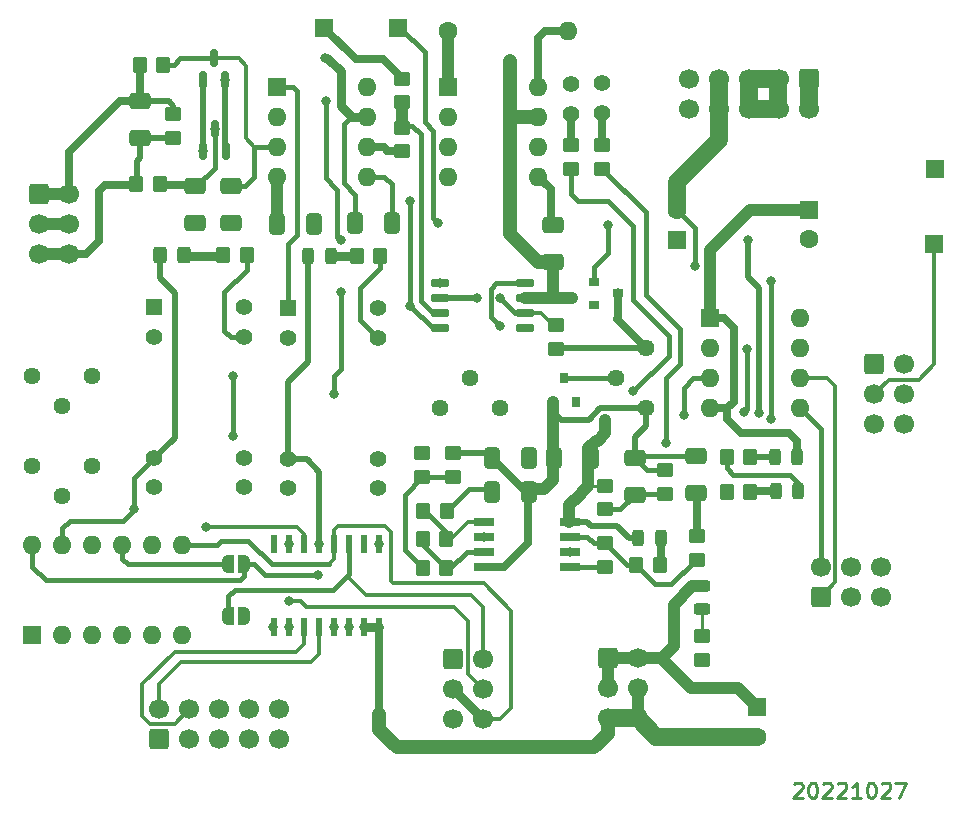
<source format=gbr>
%TF.GenerationSoftware,KiCad,Pcbnew,(6.0.0)*%
%TF.CreationDate,2022-10-28T11:35:46+02:00*%
%TF.ProjectId,INSTR AMP - IDC-SMD v22-10-27,494e5354-5220-4414-9d50-202d20494443,rev?*%
%TF.SameCoordinates,Original*%
%TF.FileFunction,Copper,L1,Top*%
%TF.FilePolarity,Positive*%
%FSLAX46Y46*%
G04 Gerber Fmt 4.6, Leading zero omitted, Abs format (unit mm)*
G04 Created by KiCad (PCBNEW (6.0.0)) date 2022-10-28 11:35:46*
%MOMM*%
%LPD*%
G01*
G04 APERTURE LIST*
G04 Aperture macros list*
%AMRoundRect*
0 Rectangle with rounded corners*
0 $1 Rounding radius*
0 $2 $3 $4 $5 $6 $7 $8 $9 X,Y pos of 4 corners*
0 Add a 4 corners polygon primitive as box body*
4,1,4,$2,$3,$4,$5,$6,$7,$8,$9,$2,$3,0*
0 Add four circle primitives for the rounded corners*
1,1,$1+$1,$2,$3*
1,1,$1+$1,$4,$5*
1,1,$1+$1,$6,$7*
1,1,$1+$1,$8,$9*
0 Add four rect primitives between the rounded corners*
20,1,$1+$1,$2,$3,$4,$5,0*
20,1,$1+$1,$4,$5,$6,$7,0*
20,1,$1+$1,$6,$7,$8,$9,0*
20,1,$1+$1,$8,$9,$2,$3,0*%
%AMFreePoly0*
4,1,22,0.500000,-0.750000,0.000000,-0.750000,0.000000,-0.745033,-0.079941,-0.743568,-0.215256,-0.701293,-0.333266,-0.622738,-0.424486,-0.514219,-0.481581,-0.384460,-0.499164,-0.250000,-0.500000,-0.250000,-0.500000,0.250000,-0.499164,0.250000,-0.499963,0.256109,-0.478152,0.396186,-0.417904,0.524511,-0.324060,0.630769,-0.204165,0.706417,-0.067858,0.745374,0.000000,0.744959,0.000000,0.750000,
0.500000,0.750000,0.500000,-0.750000,0.500000,-0.750000,$1*%
%AMFreePoly1*
4,1,20,0.000000,0.744959,0.073905,0.744508,0.209726,0.703889,0.328688,0.626782,0.421226,0.519385,0.479903,0.390333,0.500000,0.250000,0.500000,-0.250000,0.499851,-0.262216,0.476331,-0.402017,0.414519,-0.529596,0.319384,-0.634700,0.198574,-0.708877,0.061801,-0.746166,0.000000,-0.745033,0.000000,-0.750000,-0.500000,-0.750000,-0.500000,0.750000,0.000000,0.750000,0.000000,0.744959,
0.000000,0.744959,$1*%
G04 Aperture macros list end*
%ADD10C,0.250000*%
%TA.AperFunction,NonConductor*%
%ADD11C,0.250000*%
%TD*%
%TA.AperFunction,ComponentPad*%
%ADD12R,1.500000X1.500000*%
%TD*%
%TA.AperFunction,SMDPad,CuDef*%
%ADD13RoundRect,0.250000X-0.450000X0.350000X-0.450000X-0.350000X0.450000X-0.350000X0.450000X0.350000X0*%
%TD*%
%TA.AperFunction,SMDPad,CuDef*%
%ADD14RoundRect,0.250000X0.350000X0.450000X-0.350000X0.450000X-0.350000X-0.450000X0.350000X-0.450000X0*%
%TD*%
%TA.AperFunction,ComponentPad*%
%ADD15RoundRect,0.250000X-0.600000X-0.600000X0.600000X-0.600000X0.600000X0.600000X-0.600000X0.600000X0*%
%TD*%
%TA.AperFunction,ComponentPad*%
%ADD16C,1.700000*%
%TD*%
%TA.AperFunction,ComponentPad*%
%ADD17RoundRect,0.250000X0.600000X-0.600000X0.600000X0.600000X-0.600000X0.600000X-0.600000X-0.600000X0*%
%TD*%
%TA.AperFunction,ComponentPad*%
%ADD18C,1.600000*%
%TD*%
%TA.AperFunction,ComponentPad*%
%ADD19R,1.600000X1.600000*%
%TD*%
%TA.AperFunction,SMDPad,CuDef*%
%ADD20RoundRect,0.250000X0.450000X-0.350000X0.450000X0.350000X-0.450000X0.350000X-0.450000X-0.350000X0*%
%TD*%
%TA.AperFunction,ComponentPad*%
%ADD21C,1.440000*%
%TD*%
%TA.AperFunction,SMDPad,CuDef*%
%ADD22RoundRect,0.250000X-0.350000X-0.450000X0.350000X-0.450000X0.350000X0.450000X-0.350000X0.450000X0*%
%TD*%
%TA.AperFunction,SMDPad,CuDef*%
%ADD23RoundRect,0.250000X0.650000X-0.412500X0.650000X0.412500X-0.650000X0.412500X-0.650000X-0.412500X0*%
%TD*%
%TA.AperFunction,SMDPad,CuDef*%
%ADD24RoundRect,0.250000X-0.325000X-0.450000X0.325000X-0.450000X0.325000X0.450000X-0.325000X0.450000X0*%
%TD*%
%TA.AperFunction,SMDPad,CuDef*%
%ADD25RoundRect,0.250000X-0.412500X-0.650000X0.412500X-0.650000X0.412500X0.650000X-0.412500X0.650000X0*%
%TD*%
%TA.AperFunction,ComponentPad*%
%ADD26O,1.600000X1.600000*%
%TD*%
%TA.AperFunction,SMDPad,CuDef*%
%ADD27RoundRect,0.250000X-0.650000X0.412500X-0.650000X-0.412500X0.650000X-0.412500X0.650000X0.412500X0*%
%TD*%
%TA.AperFunction,SMDPad,CuDef*%
%ADD28R,1.700000X0.650000*%
%TD*%
%TA.AperFunction,SMDPad,CuDef*%
%ADD29RoundRect,0.150000X0.150000X-0.587500X0.150000X0.587500X-0.150000X0.587500X-0.150000X-0.587500X0*%
%TD*%
%TA.AperFunction,ComponentPad*%
%ADD30C,1.400000*%
%TD*%
%TA.AperFunction,SMDPad,CuDef*%
%ADD31FreePoly0,0.000000*%
%TD*%
%TA.AperFunction,SMDPad,CuDef*%
%ADD32FreePoly1,0.000000*%
%TD*%
%TA.AperFunction,ComponentPad*%
%ADD33R,1.400000X1.400000*%
%TD*%
%TA.AperFunction,ComponentPad*%
%ADD34RoundRect,0.250000X-0.600000X0.600000X-0.600000X-0.600000X0.600000X-0.600000X0.600000X0.600000X0*%
%TD*%
%TA.AperFunction,SMDPad,CuDef*%
%ADD35R,0.600000X1.500000*%
%TD*%
%TA.AperFunction,SMDPad,CuDef*%
%ADD36RoundRect,0.243750X-0.243750X-0.456250X0.243750X-0.456250X0.243750X0.456250X-0.243750X0.456250X0*%
%TD*%
%TA.AperFunction,SMDPad,CuDef*%
%ADD37R,0.800000X0.900000*%
%TD*%
%TA.AperFunction,SMDPad,CuDef*%
%ADD38RoundRect,0.243750X0.456250X-0.243750X0.456250X0.243750X-0.456250X0.243750X-0.456250X-0.243750X0*%
%TD*%
%TA.AperFunction,SMDPad,CuDef*%
%ADD39RoundRect,0.250000X0.412500X0.650000X-0.412500X0.650000X-0.412500X-0.650000X0.412500X-0.650000X0*%
%TD*%
%TA.AperFunction,SMDPad,CuDef*%
%ADD40R,0.900000X0.800000*%
%TD*%
%TA.AperFunction,SMDPad,CuDef*%
%ADD41RoundRect,0.243750X0.243750X0.456250X-0.243750X0.456250X-0.243750X-0.456250X0.243750X-0.456250X0*%
%TD*%
%TA.AperFunction,SMDPad,CuDef*%
%ADD42FreePoly0,180.000000*%
%TD*%
%TA.AperFunction,SMDPad,CuDef*%
%ADD43FreePoly1,180.000000*%
%TD*%
%TA.AperFunction,SMDPad,CuDef*%
%ADD44RoundRect,0.150000X-0.650000X-0.150000X0.650000X-0.150000X0.650000X0.150000X-0.650000X0.150000X0*%
%TD*%
%TA.AperFunction,ViaPad*%
%ADD45C,0.800000*%
%TD*%
%TA.AperFunction,Conductor*%
%ADD46C,0.400000*%
%TD*%
%TA.AperFunction,Conductor*%
%ADD47C,1.000000*%
%TD*%
%TA.AperFunction,Conductor*%
%ADD48C,0.650000*%
%TD*%
%TA.AperFunction,Conductor*%
%ADD49C,0.350000*%
%TD*%
%TA.AperFunction,Conductor*%
%ADD50C,0.450000*%
%TD*%
%TA.AperFunction,Conductor*%
%ADD51C,0.800000*%
%TD*%
%TA.AperFunction,Conductor*%
%ADD52C,0.250000*%
%TD*%
%TA.AperFunction,Conductor*%
%ADD53C,1.500000*%
%TD*%
%TA.AperFunction,Conductor*%
%ADD54C,0.550000*%
%TD*%
%TA.AperFunction,Conductor*%
%ADD55C,1.200000*%
%TD*%
G04 APERTURE END LIST*
D10*
D11*
X144139238Y-113940504D02*
X144201142Y-113878600D01*
X144324952Y-113816695D01*
X144634476Y-113816695D01*
X144758285Y-113878600D01*
X144820190Y-113940504D01*
X144882095Y-114064314D01*
X144882095Y-114188123D01*
X144820190Y-114373838D01*
X144077333Y-115116695D01*
X144882095Y-115116695D01*
X145686857Y-113816695D02*
X145810666Y-113816695D01*
X145934476Y-113878600D01*
X145996380Y-113940504D01*
X146058285Y-114064314D01*
X146120190Y-114311933D01*
X146120190Y-114621457D01*
X146058285Y-114869076D01*
X145996380Y-114992885D01*
X145934476Y-115054790D01*
X145810666Y-115116695D01*
X145686857Y-115116695D01*
X145563047Y-115054790D01*
X145501142Y-114992885D01*
X145439238Y-114869076D01*
X145377333Y-114621457D01*
X145377333Y-114311933D01*
X145439238Y-114064314D01*
X145501142Y-113940504D01*
X145563047Y-113878600D01*
X145686857Y-113816695D01*
X146615428Y-113940504D02*
X146677333Y-113878600D01*
X146801142Y-113816695D01*
X147110666Y-113816695D01*
X147234476Y-113878600D01*
X147296380Y-113940504D01*
X147358285Y-114064314D01*
X147358285Y-114188123D01*
X147296380Y-114373838D01*
X146553523Y-115116695D01*
X147358285Y-115116695D01*
X147853523Y-113940504D02*
X147915428Y-113878600D01*
X148039238Y-113816695D01*
X148348761Y-113816695D01*
X148472571Y-113878600D01*
X148534476Y-113940504D01*
X148596380Y-114064314D01*
X148596380Y-114188123D01*
X148534476Y-114373838D01*
X147791619Y-115116695D01*
X148596380Y-115116695D01*
X149834476Y-115116695D02*
X149091619Y-115116695D01*
X149463047Y-115116695D02*
X149463047Y-113816695D01*
X149339238Y-114002409D01*
X149215428Y-114126219D01*
X149091619Y-114188123D01*
X150639238Y-113816695D02*
X150763047Y-113816695D01*
X150886857Y-113878600D01*
X150948761Y-113940504D01*
X151010666Y-114064314D01*
X151072571Y-114311933D01*
X151072571Y-114621457D01*
X151010666Y-114869076D01*
X150948761Y-114992885D01*
X150886857Y-115054790D01*
X150763047Y-115116695D01*
X150639238Y-115116695D01*
X150515428Y-115054790D01*
X150453523Y-114992885D01*
X150391619Y-114869076D01*
X150329714Y-114621457D01*
X150329714Y-114311933D01*
X150391619Y-114064314D01*
X150453523Y-113940504D01*
X150515428Y-113878600D01*
X150639238Y-113816695D01*
X151567809Y-113940504D02*
X151629714Y-113878600D01*
X151753523Y-113816695D01*
X152063047Y-113816695D01*
X152186857Y-113878600D01*
X152248761Y-113940504D01*
X152310666Y-114064314D01*
X152310666Y-114188123D01*
X152248761Y-114373838D01*
X151505904Y-115116695D01*
X152310666Y-115116695D01*
X152744000Y-113816695D02*
X153610666Y-113816695D01*
X153053523Y-115116695D01*
D12*
%TO.P,GNDA2,1,1*%
%TO.N,GNDA*%
X156057600Y-61899800D03*
%TD*%
D13*
%TO.P,R23,1*%
%TO.N,Net-(JP6-Pad1)*%
X127914400Y-59833000D03*
%TO.P,R23,2*%
%TO.N,Net-(B4-Pad5)*%
X127914400Y-61833000D03*
%TD*%
D14*
%TO.P,R2,1*%
%TO.N,Net-(B1-Pad2)*%
X90458800Y-63169800D03*
%TO.P,R2,2*%
%TO.N,Net-(C1-Pad2)*%
X88458800Y-63169800D03*
%TD*%
D15*
%TO.P,X34,1,Pin_1*%
%TO.N,+12P*%
X128431900Y-103296800D03*
D16*
%TO.P,X34,2,Pin_2*%
X130971900Y-103296800D03*
%TO.P,X34,3,Pin_3*%
X128431900Y-105836800D03*
%TO.P,X34,4,Pin_4*%
%TO.N,GNDP*%
X130971900Y-105836800D03*
%TO.P,X34,5,Pin_5*%
X128431900Y-108376800D03*
%TO.P,X34,6,Pin_6*%
X130971900Y-108376800D03*
%TD*%
D17*
%TO.P,X33,1,Pin_1*%
%TO.N,GNDP*%
X90424000Y-110159800D03*
D16*
%TO.P,X33,2,Pin_2*%
%TO.N,uC04*%
X90424000Y-107619800D03*
%TO.P,X33,3,Pin_3*%
%TO.N,uC05*%
X92964000Y-110159800D03*
%TO.P,X33,4,Pin_4*%
%TO.N,uC03*%
X92964000Y-107619800D03*
%TO.P,X33,5,Pin_5*%
%TO.N,uC06*%
X95504000Y-110159800D03*
%TO.P,X33,6,Pin_6*%
%TO.N,uC02*%
X95504000Y-107619800D03*
%TO.P,X33,7,Pin_7*%
%TO.N,unconnected-(X33-Pad7)*%
X98044000Y-110159800D03*
%TO.P,X33,8,Pin_8*%
%TO.N,uC01*%
X98044000Y-107619800D03*
%TO.P,X33,9*%
%TO.N,N/C*%
X100584000Y-110159800D03*
%TO.P,X33,10*%
X100584000Y-107619800D03*
%TD*%
D18*
%TO.P,C19,2*%
%TO.N,GNDP*%
X141046200Y-109916600D03*
D19*
%TO.P,C19,1*%
%TO.N,+12P*%
X141046200Y-107416600D03*
%TD*%
D15*
%TO.P,X31,1,Pin_1*%
%TO.N,Net-(C1-Pad1)*%
X80264000Y-64008000D03*
D16*
%TO.P,X31,2,Pin_2*%
X82804000Y-64008000D03*
%TO.P,X31,3,Pin_3*%
%TO.N,GNDA*%
X80264000Y-66548000D03*
%TO.P,X31,4,Pin_4*%
X82804000Y-66548000D03*
%TO.P,X31,5,Pin_5*%
%TO.N,Net-(C1-Pad2)*%
X80264000Y-69088000D03*
%TO.P,X31,6,Pin_6*%
X82804000Y-69088000D03*
%TD*%
D20*
%TO.P,R34,1*%
%TO.N,GNDP*%
X136347200Y-103412800D03*
%TO.P,R34,2*%
%TO.N,Net-(H3-Pad1)*%
X136347200Y-101412800D03*
%TD*%
D21*
%TO.P,VR4,1,1*%
%TO.N,GNDA*%
X131648200Y-82118200D03*
%TO.P,VR4,2,2*%
%TO.N,Net-(D3-Pad1)*%
X129108200Y-79578200D03*
%TO.P,VR4,3,3*%
%TO.N,Net-(C8-Pad1)*%
X131648200Y-77038200D03*
%TD*%
D14*
%TO.P,R3,1*%
%TO.N,Net-(B1-Pad3)*%
X90763600Y-53035200D03*
%TO.P,R3,2*%
%TO.N,Net-(C1-Pad1)*%
X88763600Y-53035200D03*
%TD*%
D22*
%TO.P,R20,1*%
%TO.N,Net-(B4-Pad1)*%
X112766600Y-90830400D03*
%TO.P,R20,2*%
%TO.N,Net-(B5-Pad3)*%
X114766600Y-90830400D03*
%TD*%
D19*
%TO.P,C21,1*%
%TO.N,GNDA*%
X134239000Y-67843477D03*
D18*
%TO.P,C21,2*%
%TO.N,-12VA*%
X134239000Y-65343477D03*
%TD*%
D23*
%TO.P,C14,1*%
%TO.N,Net-(B4-Pad6)*%
X130683000Y-89421100D03*
%TO.P,C14,2*%
%TO.N,GNDA*%
X130683000Y-86296100D03*
%TD*%
D24*
%TO.P,H2,1,K*%
%TO.N,Net-(B6-Pad14)*%
X90440400Y-69138800D03*
%TO.P,H2,2,A*%
%TO.N,Net-(H2-Pad2)*%
X92490400Y-69138800D03*
%TD*%
D14*
%TO.P,R32,1*%
%TO.N,+12P*%
X97850200Y-69138800D03*
%TO.P,R32,2*%
%TO.N,Net-(H2-Pad2)*%
X95850200Y-69138800D03*
%TD*%
D22*
%TO.P,R36,1*%
%TO.N,-12VA*%
X138446000Y-89204800D03*
%TO.P,R36,2*%
%TO.N,Net-(H5-Pad1)*%
X140446000Y-89204800D03*
%TD*%
D13*
%TO.P,R1,1*%
%TO.N,Net-(C1-Pad1)*%
X91617800Y-57242200D03*
%TO.P,R1,2*%
%TO.N,Net-(C1-Pad2)*%
X91617800Y-59242200D03*
%TD*%
D25*
%TO.P,C4,1*%
%TO.N,-12VA*%
X100393100Y-66548000D03*
%TO.P,C4,2*%
%TO.N,GNDA*%
X103518100Y-66548000D03*
%TD*%
D19*
%TO.P,B5,1*%
%TO.N,+12VA*%
X137043000Y-74508200D03*
D26*
%TO.P,B5,2*%
%TO.N,Net-(B5-Pad2)*%
X137043000Y-77048200D03*
%TO.P,B5,3*%
%TO.N,Net-(B5-Pad3)*%
X137043000Y-79588200D03*
%TO.P,B5,4*%
%TO.N,+12VA*%
X137043000Y-82128200D03*
%TO.P,B5,5*%
%TO.N,Net-(B5-Pad5)*%
X144663000Y-82128200D03*
%TO.P,B5,6*%
%TO.N,Net-(B5-Pad6)*%
X144663000Y-79588200D03*
%TO.P,B5,7*%
%TO.N,B5A:7*%
X144663000Y-77048200D03*
%TO.P,B5,8*%
%TO.N,B5A:8*%
X144663000Y-74508200D03*
%TD*%
D27*
%TO.P,C3,1*%
%TO.N,Net-(B1-Pad3)*%
X96469200Y-63309100D03*
%TO.P,C3,2*%
%TO.N,GNDA*%
X96469200Y-66434100D03*
%TD*%
D20*
%TO.P,R21,1*%
%TO.N,Net-(B4-Pad6)*%
X128193800Y-90662000D03*
%TO.P,R21,2*%
%TO.N,+12VA*%
X128193800Y-88662000D03*
%TD*%
D27*
%TO.P,C2,1*%
%TO.N,Net-(B1-Pad2)*%
X93421200Y-63334500D03*
%TO.P,C2,2*%
%TO.N,GNDA*%
X93421200Y-66459500D03*
%TD*%
D22*
%TO.P,R17,1*%
%TO.N,Net-(R15-Pad1)*%
X112715800Y-95656400D03*
%TO.P,R17,2*%
%TO.N,Net-(B4-Pad3)*%
X114715800Y-95656400D03*
%TD*%
D28*
%TO.P,B4,1*%
%TO.N,Net-(B4-Pad1)*%
X117889000Y-91719400D03*
%TO.P,B4,2,-*%
%TO.N,Net-(B4-Pad2)*%
X117889000Y-92989400D03*
%TO.P,B4,3,+*%
%TO.N,Net-(B4-Pad3)*%
X117889000Y-94259400D03*
%TO.P,B4,4,V-*%
%TO.N,GNDA*%
X117889000Y-95529400D03*
%TO.P,B4,5,+*%
%TO.N,Net-(B4-Pad5)*%
X125189000Y-95529400D03*
%TO.P,B4,6,_*%
%TO.N,Net-(B4-Pad6)*%
X125189000Y-94259400D03*
%TO.P,B4,7*%
%TO.N,Net-(B4-Pad7)*%
X125189000Y-92989400D03*
%TO.P,B4,8,V+*%
%TO.N,+12VA*%
X125189000Y-91719400D03*
%TD*%
D29*
%TO.P,D1,1,K*%
%TO.N,-12VA*%
X94147600Y-60348100D03*
%TO.P,D1,2,A*%
%TO.N,+12VA*%
X96047600Y-60348100D03*
%TO.P,D1,3,K*%
%TO.N,Net-(B1-Pad2)*%
X95097600Y-58473100D03*
%TD*%
D30*
%TO.P,JP6,1,A*%
%TO.N,Net-(JP6-Pad1)*%
X127889000Y-57155400D03*
%TO.P,JP6,2,B*%
%TO.N,Net-(JP5-Pad1)*%
X127889000Y-54615400D03*
%TD*%
D18*
%TO.P,R13,1*%
%TO.N,Net-(B3-Pad1)*%
X114884200Y-50165000D03*
D26*
%TO.P,R13,2*%
%TO.N,Net-(B3-Pad8)*%
X125044200Y-50165000D03*
%TD*%
D31*
%TO.P,JP1,1,A*%
%TO.N,Net-(B6-Pad15)*%
X96276400Y-95275400D03*
D32*
%TO.P,JP1,2,B*%
%TO.N,Net-(B6-Pad13)*%
X97576400Y-95275400D03*
%TD*%
D29*
%TO.P,D2,1,K*%
%TO.N,-12VA*%
X94096800Y-54353700D03*
%TO.P,D2,2,A*%
%TO.N,+12VA*%
X95996800Y-54353700D03*
%TO.P,D2,3,K*%
%TO.N,Net-(B1-Pad3)*%
X95046800Y-52478700D03*
%TD*%
D26*
%TO.P,B3,8,Rg*%
%TO.N,Net-(B3-Pad8)*%
X122514200Y-54899400D03*
%TO.P,B3,7,V+*%
%TO.N,+12VA*%
X122514200Y-57439400D03*
%TO.P,B3,6*%
%TO.N,Net-(B3-Pad6)*%
X122514200Y-59979400D03*
%TO.P,B3,5,Ref*%
%TO.N,GNDA*%
X122514200Y-62519400D03*
%TO.P,B3,4,V-*%
%TO.N,-12VA*%
X114894200Y-62519400D03*
%TO.P,B3,3,+*%
%TO.N,Net-(B1-Pad3)*%
X114894200Y-59979400D03*
%TO.P,B3,2,-*%
%TO.N,Net-(B1-Pad2)*%
X114894200Y-57439400D03*
D19*
%TO.P,B3,1,Rg*%
%TO.N,Net-(B3-Pad1)*%
X114894200Y-54899400D03*
%TD*%
D14*
%TO.P,R33,1*%
%TO.N,+12P*%
X109127800Y-69240400D03*
%TO.P,R33,2*%
%TO.N,Net-(H1-Pad2)*%
X107127800Y-69240400D03*
%TD*%
D33*
%TO.P,K2,1*%
%TO.N,Net-(B1-Pad1)*%
X89976800Y-73553000D03*
D30*
%TO.P,K2,2*%
%TO.N,+12P*%
X89976800Y-76093000D03*
%TO.P,K2,6*%
%TO.N,Net-(B6-Pad14)*%
X89976800Y-86353000D03*
%TO.P,K2,7*%
%TO.N,Net-(K2-Pad7)*%
X89976800Y-88793000D03*
%TO.P,K2,8*%
X97596800Y-88793000D03*
%TO.P,K2,9*%
%TO.N,N/C*%
X97596800Y-86353000D03*
%TO.P,K2,13*%
%TO.N,+12P*%
X97596800Y-76093000D03*
%TO.P,K2,14*%
%TO.N,Net-(B1-Pad1)*%
X97596800Y-73553000D03*
%TD*%
D13*
%TO.P,R8,1*%
%TO.N,Net-(B2-Pad6)*%
X124028200Y-75073000D03*
%TO.P,R8,2*%
%TO.N,Net-(C8-Pad1)*%
X124028200Y-77073000D03*
%TD*%
D30*
%TO.P,JP5,1,A*%
%TO.N,Net-(JP5-Pad1)*%
X125247400Y-54680800D03*
%TO.P,JP5,2,B*%
%TO.N,Net-(JP5-Pad2)*%
X125247400Y-57220800D03*
%TD*%
D34*
%TO.P,X35,1,Pin_1*%
%TO.N,+12VA*%
X145415000Y-54238500D03*
D16*
%TO.P,X35,2,Pin_2*%
X145415000Y-56778500D03*
%TO.P,X35,3,Pin_3*%
%TO.N,GNDA*%
X142875000Y-54238500D03*
%TO.P,X35,4,Pin_4*%
X142875000Y-56778500D03*
%TO.P,X35,5,Pin_5*%
X140335000Y-54238500D03*
%TO.P,X35,6,Pin_6*%
X140335000Y-56778500D03*
%TO.P,X35,7,Pin_7*%
%TO.N,-12VA*%
X137795000Y-54238500D03*
%TO.P,X35,8,Pin_8*%
X137795000Y-56778500D03*
%TO.P,X35,9*%
%TO.N,N/C*%
X135255000Y-54238500D03*
%TO.P,X35,10*%
X135255000Y-56778500D03*
%TD*%
D23*
%TO.P,C16,1*%
%TO.N,Net-(B5-Pad2)*%
X135890000Y-89294100D03*
%TO.P,C16,2*%
%TO.N,GNDA*%
X135890000Y-86169100D03*
%TD*%
D35*
%TO.P,B6,1,I1*%
%TO.N,GNDP*%
X100126800Y-100679600D03*
%TO.P,B6,2,I2*%
%TO.N,uC02*%
X101396800Y-100679600D03*
%TO.P,B6,3,I3*%
%TO.N,uC03*%
X102666800Y-100679600D03*
%TO.P,B6,4,I4*%
%TO.N,uC04*%
X103936800Y-100679600D03*
%TO.P,B6,5,I5*%
%TO.N,uC05*%
X105206800Y-100679600D03*
%TO.P,B6,6,I6*%
%TO.N,uC06*%
X106476800Y-100679600D03*
%TO.P,B6,7,I7*%
%TO.N,GNDP*%
X107746800Y-100679600D03*
%TO.P,B6,8,GND*%
X109016800Y-100679600D03*
%TO.P,B6,9,COM*%
%TO.N,+12P*%
X109016800Y-93579600D03*
%TO.P,B6,10,O7*%
%TO.N,unconnected-(B6-Pad10)*%
X107746800Y-93579600D03*
%TO.P,B6,11,O6*%
%TO.N,Net-(B6-Pad11)*%
X106476800Y-93579600D03*
%TO.P,B6,12,O5*%
%TO.N,Net-(B6-Pad12)*%
X105206800Y-93579600D03*
%TO.P,B6,13,O4*%
%TO.N,Net-(B6-Pad13)*%
X103936800Y-93579600D03*
%TO.P,B6,14,O3*%
%TO.N,Net-(B6-Pad14)*%
X102666800Y-93579600D03*
%TO.P,B6,15,O2*%
%TO.N,Net-(B6-Pad15)*%
X101396800Y-93579600D03*
%TO.P,B6,16,O1*%
%TO.N,unconnected-(B6-Pad16)*%
X100126800Y-93579600D03*
%TD*%
D36*
%TO.P,H5,1,K*%
%TO.N,Net-(H5-Pad1)*%
X142648700Y-89154000D03*
%TO.P,H5,2,A*%
%TO.N,GNDA*%
X144523700Y-89154000D03*
%TD*%
D20*
%TO.P,R18,1*%
%TO.N,Net-(B4-Pad2)*%
X125298200Y-61858400D03*
%TO.P,R18,2*%
%TO.N,Net-(JP5-Pad2)*%
X125298200Y-59858400D03*
%TD*%
D14*
%TO.P,R25,1*%
%TO.N,Net-(H6-Pad1)*%
X132800600Y-95427800D03*
%TO.P,R25,2*%
%TO.N,Net-(B4-Pad7)*%
X130800600Y-95427800D03*
%TD*%
D20*
%TO.P,R4,1*%
%TO.N,Net-(B1-Pad6)*%
X110998000Y-60359800D03*
%TO.P,R4,2*%
%TO.N,Net-(B2-Pad3)*%
X110998000Y-58359800D03*
%TD*%
D36*
%TO.P,H4,1,K*%
%TO.N,Net-(H4-Pad1)*%
X142547100Y-86207600D03*
%TO.P,H4,2,A*%
%TO.N,+12VA*%
X144422100Y-86207600D03*
%TD*%
D19*
%TO.P,C20,1*%
%TO.N,+12VA*%
X145465800Y-65303323D03*
D18*
%TO.P,C20,2*%
%TO.N,GNDA*%
X145465800Y-67803323D03*
%TD*%
D27*
%TO.P,C1,1*%
%TO.N,Net-(C1-Pad1)*%
X88747600Y-56120900D03*
%TO.P,C1,2*%
%TO.N,Net-(C1-Pad2)*%
X88747600Y-59245900D03*
%TD*%
D22*
%TO.P,R35,1*%
%TO.N,GNDA*%
X138446000Y-86207600D03*
%TO.P,R35,2*%
%TO.N,Net-(H4-Pad1)*%
X140446000Y-86207600D03*
%TD*%
D13*
%TO.P,R16,1*%
%TO.N,GNDA*%
X115290600Y-85944200D03*
%TO.P,R16,2*%
%TO.N,Net-(R15-Pad1)*%
X115290600Y-87944200D03*
%TD*%
D15*
%TO.P,X36,1,Pin_1*%
%TO.N,Net-(C8-Pad1)*%
X150952200Y-78409800D03*
D16*
%TO.P,X36,2,Pin_2*%
%TO.N,B5A:7*%
X153492200Y-78409800D03*
%TO.P,X36,3,Pin_3*%
%TO.N,Net-(D3-Pad1)*%
X150952200Y-80949800D03*
%TO.P,X36,4,Pin_4*%
%TO.N,B5A:8*%
X153492200Y-80949800D03*
%TO.P,X36,5,Pin_5*%
%TO.N,GNDA*%
X150952200Y-83489800D03*
%TO.P,X36,6,Pin_6*%
X153492200Y-83489800D03*
%TD*%
D22*
%TO.P,R19,1*%
%TO.N,Net-(B4-Pad3)*%
X112715800Y-93167200D03*
%TO.P,R19,2*%
%TO.N,Net-(B4-Pad1)*%
X114715800Y-93167200D03*
%TD*%
D12*
%TO.P,MP2,1,1*%
%TO.N,Net-(D3-Pad1)*%
X156032200Y-68224400D03*
%TD*%
D37*
%TO.P,D3,*%
%TO.N,*%
X125664000Y-81578200D03*
%TO.P,D3,1,K*%
%TO.N,Net-(D3-Pad1)*%
X124714000Y-79578200D03*
%TO.P,D3,2,A*%
%TO.N,GNDA*%
X123764000Y-81578200D03*
%TD*%
D12*
%TO.P,GNDA1,1,1*%
%TO.N,GNDA*%
X110591600Y-49911000D03*
%TD*%
D20*
%TO.P,R24,1*%
%TO.N,Net-(B4-Pad5)*%
X128193800Y-95564200D03*
%TO.P,R24,2*%
%TO.N,Net-(B4-Pad7)*%
X128193800Y-93564200D03*
%TD*%
D38*
%TO.P,H3,1,K*%
%TO.N,Net-(H3-Pad1)*%
X136347200Y-99083100D03*
%TO.P,H3,2,A*%
%TO.N,+12P*%
X136347200Y-97208100D03*
%TD*%
D20*
%TO.P,R15,1*%
%TO.N,Net-(R15-Pad1)*%
X112699800Y-87944200D03*
%TO.P,R15,2*%
%TO.N,+12VA*%
X112699800Y-85944200D03*
%TD*%
D39*
%TO.P,C10,1*%
%TO.N,Net-(B4-Pad2)*%
X121679100Y-86334600D03*
%TO.P,C10,2*%
%TO.N,GNDA*%
X118554100Y-86334600D03*
%TD*%
D23*
%TO.P,C7,1*%
%TO.N,+12VA*%
X123748800Y-69761500D03*
%TO.P,C7,2*%
%TO.N,GNDA*%
X123748800Y-66636500D03*
%TD*%
D21*
%TO.P,VR1,1*%
%TO.N,Net-(K1-Pad7)*%
X84709000Y-79349600D03*
%TO.P,VR1,2*%
%TO.N,Net-(R11-Pad2)*%
X82169000Y-81889600D03*
%TO.P,VR1,3*%
X79629000Y-79349600D03*
%TD*%
D25*
%TO.P,C11,1*%
%TO.N,Net-(B5-Pad3)*%
X118554100Y-89179400D03*
%TO.P,C11,2*%
%TO.N,GNDA*%
X121679100Y-89179400D03*
%TD*%
D40*
%TO.P,D4,*%
%TO.N,*%
X127219200Y-73340000D03*
%TO.P,D4,1,K*%
%TO.N,Net-(C8-Pad1)*%
X129219200Y-72390000D03*
%TO.P,D4,2,A*%
%TO.N,GNDA*%
X127219200Y-71440000D03*
%TD*%
D19*
%TO.P,B1,1,Rg*%
%TO.N,Net-(B1-Pad1)*%
X100365400Y-54899400D03*
D26*
%TO.P,B1,2,-*%
%TO.N,Net-(B1-Pad2)*%
X100365400Y-57439400D03*
%TO.P,B1,3,+*%
%TO.N,Net-(B1-Pad3)*%
X100365400Y-59979400D03*
%TO.P,B1,4,V-*%
%TO.N,-12VA*%
X100365400Y-62519400D03*
%TO.P,B1,5,Ref*%
%TO.N,GNDA*%
X107985400Y-62519400D03*
%TO.P,B1,6*%
%TO.N,Net-(B1-Pad6)*%
X107985400Y-59979400D03*
%TO.P,B1,7,V+*%
%TO.N,+12VA*%
X107985400Y-57439400D03*
%TO.P,B1,8,Rg*%
%TO.N,Net-(B1-Pad8)*%
X107985400Y-54899400D03*
%TD*%
D13*
%TO.P,R26,1*%
%TO.N,Net-(B5-Pad2)*%
X135915400Y-92954600D03*
%TO.P,R26,2*%
%TO.N,Net-(B4-Pad7)*%
X135915400Y-94954600D03*
%TD*%
D19*
%TO.P,SW1,1*%
%TO.N,GNDP*%
X79679800Y-101285200D03*
D26*
%TO.P,SW1,2*%
X82219800Y-101285200D03*
%TO.P,SW1,3*%
X84759800Y-101285200D03*
%TO.P,SW1,4*%
X87299800Y-101285200D03*
%TO.P,SW1,5*%
X89839800Y-101285200D03*
%TO.P,SW1,6*%
X92379800Y-101285200D03*
%TO.P,SW1,7*%
%TO.N,Net-(B6-Pad12)*%
X92379800Y-93665200D03*
%TO.P,SW1,8*%
%TO.N,Net-(B6-Pad11)*%
X89839800Y-93665200D03*
%TO.P,SW1,9*%
%TO.N,Net-(B6-Pad15)*%
X87299800Y-93665200D03*
%TO.P,SW1,10*%
%TO.N,unconnected-(SW1-Pad10)*%
X84759800Y-93665200D03*
%TO.P,SW1,11*%
%TO.N,Net-(B6-Pad14)*%
X82219800Y-93665200D03*
%TO.P,SW1,12*%
%TO.N,Net-(B6-Pad13)*%
X79679800Y-93665200D03*
%TD*%
D33*
%TO.P,K1,1*%
%TO.N,Net-(B1-Pad1)*%
X101320600Y-73634600D03*
D30*
%TO.P,K1,2*%
%TO.N,+12P*%
X101320600Y-76174600D03*
%TO.P,K1,6*%
%TO.N,Net-(B6-Pad13)*%
X101320600Y-86434600D03*
%TO.P,K1,7*%
%TO.N,Net-(K1-Pad7)*%
X101320600Y-88874600D03*
%TO.P,K1,8*%
X108940600Y-88874600D03*
%TO.P,K1,9*%
%TO.N,N/C*%
X108940600Y-86434600D03*
%TO.P,K1,13*%
%TO.N,+12P*%
X108940600Y-76174600D03*
%TO.P,K1,14*%
%TO.N,Net-(B1-Pad1)*%
X108940600Y-73634600D03*
%TD*%
D13*
%TO.P,R22,1*%
%TO.N,GNDA*%
X133223000Y-87341200D03*
%TO.P,R22,2*%
%TO.N,Net-(B4-Pad6)*%
X133223000Y-89341200D03*
%TD*%
D36*
%TO.P,H1,1,K*%
%TO.N,Net-(B6-Pad13)*%
X103050100Y-69265800D03*
%TO.P,H1,2,A*%
%TO.N,Net-(H1-Pad2)*%
X104925100Y-69265800D03*
%TD*%
D21*
%TO.P,VR3,1,1*%
%TO.N,Net-(R9-Pad1)*%
X114163000Y-82100200D03*
%TO.P,VR3,2,2*%
%TO.N,+12VA*%
X116703000Y-79560200D03*
%TO.P,VR3,3,3*%
%TO.N,Net-(R10-Pad1)*%
X119243000Y-82100200D03*
%TD*%
D41*
%TO.P,H6,1,K*%
%TO.N,Net-(H6-Pad1)*%
X132865100Y-93116400D03*
%TO.P,H6,2,A*%
%TO.N,+12VA*%
X130990100Y-93116400D03*
%TD*%
D39*
%TO.P,C15,1*%
%TO.N,+12VA*%
X126936900Y-86334600D03*
%TO.P,C15,2*%
%TO.N,GNDA*%
X123811900Y-86334600D03*
%TD*%
D42*
%TO.P,JP2,1,A*%
%TO.N,Net-(B6-Pad14)*%
X97576400Y-99745800D03*
D43*
%TO.P,JP2,2,B*%
%TO.N,Net-(B6-Pad11)*%
X96276400Y-99745800D03*
%TD*%
D15*
%TO.P,X32,1,Pin_1*%
%TO.N,+12P*%
X115316000Y-103352600D03*
D16*
%TO.P,X32,2,Pin_2*%
%TO.N,Net-(B6-Pad11)*%
X117856000Y-103352600D03*
%TO.P,X32,3,Pin_3*%
%TO.N,Net-(B6-Pad12)*%
X115316000Y-105892600D03*
%TO.P,X32,4,Pin_4*%
%TO.N,Net-(B6-Pad15)*%
X117856000Y-105892600D03*
%TO.P,X32,5,Pin_5*%
%TO.N,unconnected-(X32-Pad5)*%
X115316000Y-108432600D03*
%TO.P,X32,6,Pin_6*%
%TO.N,Net-(B6-Pad12)*%
X117856000Y-108432600D03*
%TD*%
D25*
%TO.P,C5,1*%
%TO.N,+12VA*%
X107022500Y-66471800D03*
%TO.P,C5,2*%
%TO.N,GNDA*%
X110147500Y-66471800D03*
%TD*%
D21*
%TO.P,VR2,1*%
%TO.N,Net-(K2-Pad7)*%
X84693600Y-86987600D03*
%TO.P,VR2,2*%
%TO.N,Net-(R12-Pad2)*%
X82153600Y-89527600D03*
%TO.P,VR2,3*%
X79613600Y-86987600D03*
%TD*%
D44*
%TO.P,B2,1,VOS*%
%TO.N,Net-(B2-Pad1)*%
X114179800Y-71501000D03*
%TO.P,B2,2,-*%
%TO.N,Net-(B2-Pad2)*%
X114179800Y-72771000D03*
%TO.P,B2,3,+*%
%TO.N,Net-(B2-Pad3)*%
X114179800Y-74041000D03*
%TO.P,B2,4,V-*%
%TO.N,-12VA*%
X114179800Y-75311000D03*
%TO.P,B2,5,NC*%
%TO.N,unconnected-(B2-Pad5)*%
X121379800Y-75311000D03*
%TO.P,B2,6*%
%TO.N,Net-(B2-Pad6)*%
X121379800Y-74041000D03*
%TO.P,B2,7,V+*%
%TO.N,+12VA*%
X121379800Y-72771000D03*
%TO.P,B2,8,VOS*%
%TO.N,Net-(B2-Pad8)*%
X121379800Y-71501000D03*
%TD*%
D12*
%TO.P,MP1,1,1*%
%TO.N,Net-(MP1-Pad1)*%
X104394000Y-49911000D03*
%TD*%
D17*
%TO.P,X37,1,Pin_1*%
%TO.N,Net-(B5-Pad6)*%
X146405600Y-98069400D03*
D16*
%TO.P,X37,2,Pin_2*%
%TO.N,Net-(B5-Pad5)*%
X146405600Y-95529400D03*
%TO.P,X37,3,Pin_3*%
%TO.N,unconnected-(X37-Pad3)*%
X148945600Y-98069400D03*
%TO.P,X37,4,Pin_4*%
%TO.N,unconnected-(X37-Pad4)*%
X148945600Y-95529400D03*
%TO.P,X37,5,Pin_5*%
%TO.N,unconnected-(X37-Pad5)*%
X151485600Y-98069400D03*
%TO.P,X37,6,Pin_6*%
%TO.N,unconnected-(X37-Pad6)*%
X151485600Y-95529400D03*
%TD*%
D20*
%TO.P,R5,1*%
%TO.N,Net-(B2-Pad3)*%
X110972600Y-56219600D03*
%TO.P,R5,2*%
%TO.N,Net-(MP1-Pad1)*%
X110972600Y-54219600D03*
%TD*%
D45*
%TO.N,Net-(B5-Pad2)*%
X135940800Y-89331800D03*
X139928600Y-82423000D03*
X140157200Y-77089000D03*
%TO.N,uC02*%
X101396800Y-100660200D03*
%TO.N,uC05*%
X105206800Y-100679600D03*
%TO.N,uC06*%
X106476800Y-100679600D03*
%TO.N,+12P*%
X109016800Y-93579600D03*
%TO.N,GNDA*%
X138446000Y-86207600D03*
X128397000Y-66573400D03*
X123545600Y-66522600D03*
X93472000Y-66497200D03*
X123764000Y-81578200D03*
X96418400Y-66522600D03*
X103632000Y-66522600D03*
X114020600Y-66458700D03*
X110109000Y-66522600D03*
X141173200Y-82550000D03*
X140258800Y-67843400D03*
%TO.N,-12VA*%
X111658400Y-73431400D03*
X94147600Y-60348100D03*
X135788400Y-70053200D03*
X142189200Y-83058000D03*
X111607600Y-64592200D03*
X142189200Y-71348600D03*
X138430000Y-89204800D03*
%TO.N,Net-(B1-Pad2)*%
X95097600Y-58473100D03*
%TO.N,Net-(B2-Pad2)*%
X117287800Y-72821800D03*
%TO.N,Net-(B2-Pad6)*%
X119287800Y-72821800D03*
%TO.N,Net-(C8-Pad1)*%
X129260600Y-72364600D03*
%TO.N,Net-(B2-Pad1)*%
X114179800Y-71501000D03*
%TO.N,Net-(B2-Pad8)*%
X119262400Y-75184000D03*
%TO.N,Net-(B1-Pad8)*%
X105791000Y-72263000D03*
X104495600Y-56083200D03*
X105791000Y-67894200D03*
X105190800Y-80873600D03*
%TO.N,+12VA*%
X112699800Y-85944200D03*
X95996800Y-54353700D03*
X104470200Y-52476400D03*
X128193800Y-83108800D03*
X120091200Y-52679600D03*
X125323600Y-72771000D03*
X121379800Y-72771000D03*
%TO.N,Net-(B4-Pad2)*%
X121691400Y-86360000D03*
X130556000Y-80670400D03*
X117906800Y-93014800D03*
%TO.N,Net-(B5-Pad3)*%
X114766600Y-90830400D03*
X134823200Y-82702400D03*
%TO.N,Net-(B4-Pad6)*%
X128193800Y-90678000D03*
X125196600Y-94259400D03*
%TO.N,Net-(B4-Pad5)*%
X133299200Y-85090000D03*
X128193800Y-95564200D03*
%TO.N,Net-(B6-Pad14)*%
X88290400Y-90652600D03*
X94386400Y-92202000D03*
X97536000Y-99720400D03*
%TO.N,Net-(B6-Pad13)*%
X103911400Y-93599000D03*
X103886000Y-96228500D03*
%TO.N,Net-(K1-Pad7)*%
X96647000Y-84505800D03*
X96647000Y-79349600D03*
%TO.N,Net-(B6-Pad11)*%
X96266000Y-99720400D03*
%TO.N,Net-(B6-Pad15)*%
X101371400Y-98450400D03*
X101371400Y-93599000D03*
X96316800Y-95351600D03*
%TO.N,GNDP*%
X100076000Y-100660200D03*
X107746800Y-100679600D03*
X136347200Y-103412800D03*
X109016800Y-108000800D03*
%TD*%
D46*
%TO.N,Net-(B4-Pad5)*%
X131622800Y-72491600D02*
X131622800Y-65541400D01*
X134518400Y-78359000D02*
X134518400Y-75387200D01*
X133299200Y-79578200D02*
X134518400Y-78359000D01*
X131622800Y-65541400D02*
X127914400Y-61833000D01*
X133299200Y-85090000D02*
X133299200Y-79578200D01*
X134518400Y-75387200D02*
X131622800Y-72491600D01*
D47*
%TO.N,Net-(B3-Pad1)*%
X114884200Y-50165000D02*
X114884200Y-54889400D01*
D48*
%TO.N,Net-(B3-Pad8)*%
X122514200Y-54899400D02*
X122514200Y-50739200D01*
X122514200Y-50739200D02*
X123088400Y-50165000D01*
X123088400Y-50165000D02*
X125044200Y-50165000D01*
D46*
%TO.N,Net-(B5-Pad2)*%
X140157200Y-82194400D02*
X140157200Y-77089000D01*
X139928600Y-82423000D02*
X140157200Y-82194400D01*
D48*
X135915400Y-92954600D02*
X135915400Y-89319500D01*
D46*
%TO.N,Net-(B4-Pad7)*%
X125167400Y-92989400D02*
X126648200Y-92989400D01*
X126669800Y-92989400D02*
X127244600Y-93564200D01*
X133765800Y-97028000D02*
X132400800Y-97028000D01*
X130057400Y-95427800D02*
X128193800Y-93564200D01*
X130800600Y-95427800D02*
X130057400Y-95427800D01*
X127244600Y-93564200D02*
X128193800Y-93564200D01*
X135763000Y-95030800D02*
X133765800Y-97028000D01*
X132400800Y-97028000D02*
X130800600Y-95427800D01*
D49*
%TO.N,uC03*%
X89662000Y-108864400D02*
X91719400Y-108864400D01*
X102666800Y-100679600D02*
X102666800Y-102082600D01*
X91719400Y-108864400D02*
X92964000Y-107619800D01*
X102031800Y-102717600D02*
X91719400Y-102717600D01*
X91719400Y-102717600D02*
X88976200Y-105460800D01*
X88976200Y-108178600D02*
X89662000Y-108864400D01*
X102666800Y-102082600D02*
X102031800Y-102717600D01*
X88976200Y-105460800D02*
X88976200Y-108178600D01*
%TO.N,uC04*%
X103936800Y-102946200D02*
X103936800Y-100679600D01*
X90424000Y-107619800D02*
X90424000Y-105435400D01*
X92278200Y-103581200D02*
X103301800Y-103581200D01*
X90424000Y-105435400D02*
X92278200Y-103581200D01*
X103301800Y-103581200D02*
X103936800Y-102946200D01*
D46*
%TO.N,+12P*%
X107442000Y-71932800D02*
X109127800Y-70247000D01*
D47*
X139420600Y-105791000D02*
X141046200Y-107416600D01*
X132948600Y-103306800D02*
X135432800Y-105791000D01*
D50*
X96463800Y-76093000D02*
X97596800Y-76093000D01*
X95935800Y-72288400D02*
X95935800Y-75565000D01*
D47*
X133985000Y-102260400D02*
X133985000Y-98780600D01*
X135432800Y-105791000D02*
X139420600Y-105791000D01*
X130971900Y-103296800D02*
X128431900Y-103296800D01*
D50*
X97850200Y-69138800D02*
X97850200Y-70374000D01*
D47*
X132948600Y-103296800D02*
X133985000Y-102260400D01*
X130971900Y-103296800D02*
X132948600Y-103296800D01*
D46*
X107442000Y-74676000D02*
X107442000Y-71932800D01*
X108940600Y-76174600D02*
X107442000Y-74676000D01*
D47*
X128431900Y-105836800D02*
X128431900Y-103296800D01*
D50*
X97850200Y-70374000D02*
X95935800Y-72288400D01*
D47*
X133985000Y-98780600D02*
X135557500Y-97208100D01*
D46*
X109127800Y-70247000D02*
X109127800Y-69240400D01*
D47*
X135557500Y-97208100D02*
X136347200Y-97208100D01*
X132948600Y-103296800D02*
X132948600Y-103306800D01*
D50*
X95935800Y-75565000D02*
X96463800Y-76093000D01*
D51*
%TO.N,Net-(H2-Pad2)*%
X95367800Y-69215000D02*
X92795400Y-69215000D01*
%TO.N,Net-(H1-Pad2)*%
X107127800Y-69240400D02*
X104950500Y-69240400D01*
D52*
%TO.N,Net-(H3-Pad1)*%
X136347200Y-101412800D02*
X136347200Y-99083100D01*
D48*
%TO.N,GNDA*%
X123545600Y-63550800D02*
X122514200Y-62519400D01*
X121653700Y-88950800D02*
X121653700Y-93509700D01*
D50*
X133223000Y-87341200D02*
X131728100Y-87341200D01*
D47*
X80264000Y-66548000D02*
X82804000Y-66548000D01*
X123764000Y-88199000D02*
X123012200Y-88950800D01*
D53*
X140335000Y-54229000D02*
X140335000Y-56769000D01*
D46*
X139014200Y-87757000D02*
X138446000Y-87188800D01*
X144526000Y-88468200D02*
X143814800Y-87757000D01*
D54*
X126796800Y-83083400D02*
X124409200Y-83083400D01*
D50*
X109458600Y-62519400D02*
X107985400Y-62519400D01*
X110109000Y-63169800D02*
X109458600Y-62519400D01*
D46*
X138446000Y-87188800D02*
X138446000Y-86207600D01*
D50*
X128422400Y-66598800D02*
X128397000Y-66573400D01*
D54*
X131648200Y-82118200D02*
X131648200Y-83591400D01*
X131648200Y-83591400D02*
X130683000Y-84556600D01*
D50*
X131728100Y-87341200D02*
X130683000Y-86296100D01*
D53*
X142824200Y-54229000D02*
X142824200Y-56769000D01*
X142849600Y-56794400D02*
X140309600Y-56794400D01*
D47*
X123764000Y-81578200D02*
X123764000Y-88199000D01*
D46*
X143814800Y-87757000D02*
X139014200Y-87757000D01*
D54*
X115290600Y-85944200D02*
X118163700Y-85944200D01*
D50*
X127219200Y-71440000D02*
X127219200Y-70189600D01*
D54*
X127762000Y-82118200D02*
X126796800Y-83083400D01*
D46*
X113588800Y-66026900D02*
X114020600Y-66458700D01*
D48*
X121170300Y-88950800D02*
X118554100Y-86334600D01*
D50*
X128422400Y-68986400D02*
X128422400Y-66598800D01*
D46*
X112877600Y-51993800D02*
X112877600Y-57912000D01*
D50*
X130810000Y-86169100D02*
X135686800Y-86169100D01*
D48*
X119634000Y-95529400D02*
X117889000Y-95529400D01*
D53*
X142900400Y-54254400D02*
X140360400Y-54254400D01*
D54*
X123764000Y-82438200D02*
X123764000Y-81578200D01*
X124409200Y-83083400D02*
X123764000Y-82438200D01*
D50*
X110109000Y-66522600D02*
X110109000Y-63169800D01*
X127219200Y-70189600D02*
X128422400Y-68986400D01*
D54*
X140258800Y-71043800D02*
X140258800Y-67843400D01*
X141173200Y-71958200D02*
X140258800Y-71043800D01*
D46*
X110794800Y-49911000D02*
X112877600Y-51993800D01*
D54*
X141173200Y-82550000D02*
X141173200Y-71958200D01*
D48*
X123545600Y-66522600D02*
X123545600Y-63550800D01*
D46*
X113588800Y-58623200D02*
X113588800Y-66026900D01*
D47*
X123012200Y-88950800D02*
X121653700Y-88950800D01*
D54*
X131648200Y-82118200D02*
X127762000Y-82118200D01*
D46*
X112877600Y-57912000D02*
X113588800Y-58623200D01*
D48*
X121653700Y-93509700D02*
X119634000Y-95529400D01*
D54*
X130683000Y-84556600D02*
X130683000Y-86296100D01*
D46*
X144526000Y-89151700D02*
X144526000Y-88468200D01*
D54*
%TO.N,Net-(H4-Pad1)*%
X142547100Y-86207600D02*
X140446000Y-86207600D01*
D47*
%TO.N,-12VA*%
X100355400Y-62509400D02*
X100355400Y-65899900D01*
D53*
X137795000Y-54279800D02*
X137795000Y-56819800D01*
X134239000Y-65343477D02*
X134239000Y-62966600D01*
X134239000Y-62966600D02*
X137795000Y-59410600D01*
D50*
X142189200Y-83058000D02*
X142189200Y-71348600D01*
D54*
X94096800Y-54353700D02*
X94096800Y-60297300D01*
D46*
X113563400Y-75336400D02*
X111658400Y-73431400D01*
X111658400Y-73431400D02*
X111607600Y-73380600D01*
D50*
X135788400Y-70053200D02*
X135788400Y-66892877D01*
X135788400Y-66892877D02*
X134239000Y-65343477D01*
D53*
X137795000Y-59410600D02*
X137795000Y-56778500D01*
D46*
X111607600Y-73380600D02*
X111607600Y-64592200D01*
D48*
%TO.N,Net-(H5-Pad1)*%
X142648700Y-89154000D02*
X140496800Y-89154000D01*
D46*
%TO.N,Net-(B1-Pad2)*%
X95097600Y-61734300D02*
X93497400Y-63334500D01*
X95097600Y-58473100D02*
X95097600Y-61734300D01*
D48*
X93346450Y-63246000D02*
X90498750Y-63246000D01*
D47*
%TO.N,Net-(C1-Pad2)*%
X80264000Y-69088000D02*
X82804000Y-69088000D01*
D54*
X88493600Y-62627000D02*
X88458800Y-62661800D01*
D48*
X85318600Y-63728600D02*
X85318600Y-67945000D01*
X85318600Y-67945000D02*
X84175600Y-69088000D01*
D54*
X88493600Y-61163200D02*
X88493600Y-62627000D01*
D48*
X88400000Y-63195200D02*
X85852000Y-63195200D01*
D54*
X88747600Y-60909200D02*
X88493600Y-61163200D01*
D48*
X85852000Y-63195200D02*
X85318600Y-63728600D01*
D54*
X88747600Y-59245900D02*
X88747600Y-60909200D01*
D48*
X84175600Y-69088000D02*
X82804000Y-69088000D01*
D54*
X91617800Y-59242200D02*
X88751300Y-59242200D01*
%TO.N,Net-(C1-Pad1)*%
X91617800Y-56489600D02*
X91617800Y-57242200D01*
D48*
X82804000Y-60401200D02*
X82804000Y-64008000D01*
D54*
X91249100Y-56120900D02*
X91617800Y-56489600D01*
D48*
X87084300Y-56120900D02*
X82804000Y-60401200D01*
D47*
X82804000Y-64008000D02*
X80264000Y-64008000D01*
D48*
X88763600Y-53035200D02*
X88763600Y-56104900D01*
X88747600Y-56120900D02*
X87084300Y-56120900D01*
D54*
X88747600Y-56120900D02*
X91249100Y-56120900D01*
D46*
%TO.N,Net-(B1-Pad3)*%
X91643200Y-53035200D02*
X90763600Y-53035200D01*
X98475800Y-59969400D02*
X100355400Y-59969400D01*
D49*
X97764600Y-59258200D02*
X98475800Y-59969400D01*
X97764600Y-53111400D02*
X97764600Y-59258200D01*
D46*
X97676100Y-63309100D02*
X96469200Y-63309100D01*
X95046800Y-52478700D02*
X92199700Y-52478700D01*
X92199700Y-52478700D02*
X91643200Y-53035200D01*
D49*
X97131900Y-52478700D02*
X97764600Y-53111400D01*
D46*
X98475800Y-59969400D02*
X98475800Y-62509400D01*
D49*
X95046800Y-52478700D02*
X97131900Y-52478700D01*
D46*
X98475800Y-62509400D02*
X97676100Y-63309100D01*
D48*
%TO.N,Net-(B1-Pad6)*%
X109407800Y-59979400D02*
X109661200Y-60232800D01*
X109720000Y-60299600D02*
X111006000Y-60299600D01*
X107985400Y-59979400D02*
X109407800Y-59979400D01*
D46*
%TO.N,Net-(B2-Pad3)*%
X112572800Y-58928000D02*
X112572800Y-73050400D01*
D47*
X110972600Y-56219600D02*
X110972600Y-58207400D01*
D46*
X112572800Y-73050400D02*
X113588800Y-74066400D01*
X110988600Y-58191400D02*
X111836200Y-58191400D01*
X111836200Y-58191400D02*
X112572800Y-58928000D01*
D54*
%TO.N,Net-(B2-Pad2)*%
X114179800Y-72771000D02*
X117237000Y-72771000D01*
D52*
X117237000Y-72771000D02*
X117287800Y-72821800D01*
D46*
%TO.N,Net-(B2-Pad6)*%
X120507000Y-74041000D02*
X119287800Y-72821800D01*
D49*
X122732800Y-74041000D02*
X121379800Y-74041000D01*
D46*
X121379800Y-74041000D02*
X120507000Y-74041000D01*
D49*
X123764800Y-75073000D02*
X122732800Y-74041000D01*
D54*
%TO.N,Net-(C8-Pad1)*%
X131648200Y-77038200D02*
X124063000Y-77038200D01*
D48*
X129209800Y-74599800D02*
X129219200Y-74590400D01*
X131648200Y-77038200D02*
X129209800Y-74599800D01*
X129219200Y-74590400D02*
X129219200Y-72390000D01*
D46*
%TO.N,Net-(B2-Pad8)*%
X118465600Y-71983600D02*
X118465600Y-74387200D01*
X121379800Y-71501000D02*
X118948200Y-71501000D01*
X118465600Y-74387200D02*
X119262400Y-75184000D01*
X118948200Y-71501000D02*
X118465600Y-71983600D01*
%TO.N,Net-(B1-Pad8)*%
X105791000Y-78765400D02*
X105190800Y-79365600D01*
X105486200Y-63627000D02*
X105486200Y-67259200D01*
X104495600Y-62636400D02*
X105308400Y-63449200D01*
X105486200Y-67259200D02*
X105486200Y-67589400D01*
X105308400Y-63449200D02*
X105410000Y-63550800D01*
X105791000Y-72263000D02*
X105791000Y-78765400D01*
X105190800Y-79365600D02*
X105190800Y-80873600D01*
X105410000Y-63550800D02*
X105486200Y-63627000D01*
X104495600Y-56083200D02*
X104495600Y-62636400D01*
X105486200Y-67589400D02*
X105791000Y-67894200D01*
D50*
%TO.N,Net-(R15-Pad1)*%
X112715800Y-95621600D02*
X111201200Y-94107000D01*
X111201200Y-94107000D02*
X111201200Y-89442800D01*
D46*
X115290600Y-87944200D02*
X112699800Y-87944200D01*
D50*
X111201200Y-89442800D02*
X112699800Y-87944200D01*
D48*
%TO.N,+12VA*%
X138470800Y-82128200D02*
X139039600Y-81559400D01*
D47*
X126720600Y-85496400D02*
X126720600Y-88722200D01*
D48*
X138470800Y-83048000D02*
X139649200Y-84226400D01*
D51*
X104648000Y-52476400D02*
X104470200Y-52476400D01*
D55*
X120091200Y-57175400D02*
X120091200Y-52679600D01*
D47*
X137043000Y-68722400D02*
X140436677Y-65328723D01*
D52*
X128193800Y-88662000D02*
X126780800Y-88662000D01*
D47*
X137043000Y-74508200D02*
X137043000Y-68722400D01*
D48*
X138211400Y-74508200D02*
X137043000Y-74508200D01*
D51*
X105765600Y-53594000D02*
X104648000Y-52476400D01*
D54*
X130200400Y-93116400D02*
X129209800Y-92125800D01*
D52*
X120355200Y-57439400D02*
X120091200Y-57175400D01*
D55*
X120091200Y-67360800D02*
X120091200Y-57175400D01*
D47*
X123748800Y-69761500D02*
X123748800Y-72720200D01*
D54*
X95996800Y-54353700D02*
X95996800Y-60297300D01*
D48*
X139649200Y-84226400D02*
X143738600Y-84226400D01*
D51*
X107985400Y-57439400D02*
X106619200Y-57439400D01*
D47*
X128193800Y-84226400D02*
X127558800Y-84861400D01*
D48*
X137043000Y-82128200D02*
X138470800Y-82128200D01*
D50*
X107022500Y-64020300D02*
X106045000Y-63042800D01*
D47*
X123748800Y-72720200D02*
X123799600Y-72771000D01*
D53*
X145389600Y-54178200D02*
X145389600Y-56718200D01*
D48*
X139039600Y-81559400D02*
X139039600Y-75336400D01*
D47*
X125145800Y-90271600D02*
X125145800Y-91719400D01*
X127558800Y-84861400D02*
X127355600Y-84861400D01*
D51*
X106619200Y-57368600D02*
X105765600Y-56515000D01*
D47*
X123799600Y-72771000D02*
X125323600Y-72771000D01*
X128193800Y-83108800D02*
X128193800Y-84226400D01*
D52*
X126780800Y-88662000D02*
X126720600Y-88722200D01*
D48*
X139039600Y-75336400D02*
X138211400Y-74508200D01*
D47*
X126720600Y-88722200D02*
X125577600Y-89865200D01*
X125577600Y-89865200D02*
X125552200Y-89865200D01*
D51*
X105765600Y-56515000D02*
X105765600Y-53721000D01*
D54*
X126593600Y-91719400D02*
X125189000Y-91719400D01*
D55*
X123748800Y-69761500D02*
X122491900Y-69761500D01*
D48*
X143738600Y-84226400D02*
X144422100Y-84909900D01*
D50*
X106045000Y-63042800D02*
X106045000Y-58013600D01*
D47*
X125552200Y-89865200D02*
X125145800Y-90271600D01*
D54*
X130990100Y-93116400D02*
X130200400Y-93116400D01*
D55*
X122514200Y-57439400D02*
X120355200Y-57439400D01*
D47*
X127355600Y-84861400D02*
X126720600Y-85496400D01*
D55*
X122491900Y-69761500D02*
X120091200Y-67360800D01*
D48*
X138470800Y-82128200D02*
X138470800Y-83048000D01*
X144422100Y-84909900D02*
X144422100Y-86207600D01*
D50*
X106045000Y-58013600D02*
X106619200Y-57439400D01*
D47*
X121379800Y-72771000D02*
X123698000Y-72771000D01*
D54*
X127000000Y-92125800D02*
X126593600Y-91719400D01*
X129209800Y-92125800D02*
X127000000Y-92125800D01*
D50*
X107022500Y-66471800D02*
X107022500Y-64020300D01*
D51*
X105765600Y-53721000D02*
X105765600Y-53594000D01*
D47*
X140436677Y-65328723D02*
X145034000Y-65328723D01*
D46*
%TO.N,Net-(B4-Pad3)*%
X112715800Y-93656400D02*
X114715800Y-95656400D01*
X115062000Y-95656400D02*
X116459000Y-94259400D01*
X116459000Y-94259400D02*
X117889000Y-94259400D01*
D50*
%TO.N,Net-(B4-Pad2)*%
X125882400Y-64541400D02*
X125298200Y-63957200D01*
X128371600Y-64541400D02*
X125882400Y-64541400D01*
X130505200Y-66675000D02*
X128371600Y-64541400D01*
X130556000Y-80670400D02*
X133553200Y-77673200D01*
X130505200Y-72948800D02*
X130505200Y-66675000D01*
X133553200Y-77673200D02*
X133553200Y-75996800D01*
X125298200Y-63957200D02*
X125298200Y-61858400D01*
X133553200Y-75996800D02*
X130505200Y-72948800D01*
D49*
%TO.N,Net-(B4-Pad1)*%
X116586000Y-91719400D02*
X117889000Y-91719400D01*
D52*
X114715800Y-92576400D02*
X114715800Y-93167200D01*
D49*
X115138200Y-93167200D02*
X116586000Y-91719400D01*
D46*
X112766600Y-90627200D02*
X114715800Y-92576400D01*
%TO.N,Net-(B5-Pad3)*%
X118528700Y-88950800D02*
X116646200Y-88950800D01*
X134823200Y-82702400D02*
X134823200Y-80391000D01*
X134823200Y-80391000D02*
X135626000Y-79588200D01*
X135626000Y-79588200D02*
X137043000Y-79588200D01*
X116646200Y-88950800D02*
X114766600Y-90830400D01*
D50*
%TO.N,Net-(B4-Pad6)*%
X129442100Y-90662000D02*
X128193800Y-90662000D01*
X133223000Y-89341200D02*
X130762900Y-89341200D01*
X130683000Y-89421100D02*
X129442100Y-90662000D01*
%TO.N,Net-(B4-Pad5)*%
X125189000Y-95529400D02*
X128159000Y-95529400D01*
D48*
%TO.N,Net-(H6-Pad1)*%
X132865100Y-93116400D02*
X132865100Y-95363300D01*
D46*
%TO.N,Net-(B6-Pad14)*%
X88290400Y-90703400D02*
X87350600Y-91643200D01*
D54*
X91719400Y-84610400D02*
X91719400Y-72390000D01*
D49*
X102108000Y-92202000D02*
X94386400Y-92202000D01*
D46*
X89976800Y-86353000D02*
X88290400Y-88039400D01*
X87350600Y-91643200D02*
X82854800Y-91643200D01*
X88290400Y-90652600D02*
X88290400Y-90703400D01*
X82854800Y-91643200D02*
X82219800Y-92278200D01*
X82219800Y-92278200D02*
X82219800Y-93665200D01*
D54*
X91719400Y-72390000D02*
X90440400Y-71111000D01*
D49*
X102666800Y-93579600D02*
X102666800Y-92760800D01*
D54*
X90440400Y-71111000D02*
X90440400Y-69138800D01*
X89976800Y-86353000D02*
X91719400Y-84610400D01*
D46*
X88290400Y-88039400D02*
X88290400Y-90652600D01*
D49*
X102666800Y-92760800D02*
X102108000Y-92202000D01*
D46*
%TO.N,Net-(B1-Pad1)*%
X100365400Y-54899400D02*
X101762400Y-54899400D01*
X101762400Y-54899400D02*
X102082600Y-55219600D01*
X101320600Y-68173600D02*
X101320600Y-73634600D01*
X102082600Y-67411600D02*
X101320600Y-68173600D01*
X102082600Y-55219600D02*
X102082600Y-67411600D01*
D54*
%TO.N,Net-(B6-Pad13)*%
X101320600Y-86434600D02*
X101320600Y-79933800D01*
D50*
X98399600Y-95275400D02*
X99390200Y-96266000D01*
D54*
X103936800Y-93579600D02*
X103936800Y-87477600D01*
D46*
X97612200Y-96342200D02*
X97282000Y-96672400D01*
D50*
X103936800Y-96266000D02*
X103923500Y-96266000D01*
D46*
X97612200Y-95720140D02*
X97612200Y-96342200D01*
X80822800Y-96672400D02*
X79679800Y-95529400D01*
D54*
X102893800Y-86434600D02*
X101320600Y-86434600D01*
X103047800Y-78206600D02*
X103047800Y-69268100D01*
X103936800Y-87477600D02*
X102893800Y-86434600D01*
X101320600Y-79933800D02*
X103047800Y-78206600D01*
D46*
X79679800Y-95529400D02*
X79679800Y-93665200D01*
D50*
X99390200Y-96266000D02*
X103936800Y-96266000D01*
X103923500Y-96266000D02*
X103886000Y-96228500D01*
D46*
X97282000Y-96672400D02*
X80822800Y-96672400D01*
D50*
X97576400Y-95275400D02*
X98399600Y-95275400D01*
D46*
%TO.N,Net-(K1-Pad7)*%
X96647000Y-84505800D02*
X96647000Y-79349600D01*
D49*
%TO.N,Net-(D3-Pad1)*%
X152196800Y-79705200D02*
X154711400Y-79705200D01*
X150952200Y-80949800D02*
X152196800Y-79705200D01*
X156032200Y-78384400D02*
X156032200Y-68224400D01*
X154711400Y-79705200D02*
X156032200Y-78384400D01*
D50*
X129108200Y-79578200D02*
X124714000Y-79578200D01*
D52*
%TO.N,Net-(B6-Pad11)*%
X106349800Y-96291400D02*
X106451400Y-96189800D01*
D49*
X117856000Y-98958400D02*
X116789200Y-97891600D01*
D46*
X96799400Y-97510600D02*
X105130600Y-97510600D01*
X96266000Y-98044000D02*
X96799400Y-97510600D01*
X105130600Y-97510600D02*
X106349800Y-96291400D01*
D49*
X117856000Y-103352600D02*
X117856000Y-98958400D01*
D46*
X96266000Y-99720400D02*
X96266000Y-98044000D01*
D49*
X107950000Y-97891600D02*
X106349800Y-96291400D01*
D46*
X106451400Y-96189800D02*
X106451400Y-93599000D01*
D49*
X116789200Y-97891600D02*
X107950000Y-97891600D01*
%TO.N,Net-(B6-Pad12)*%
X109524800Y-92075000D02*
X105562400Y-92075000D01*
D51*
X117856000Y-108432600D02*
X115316000Y-105892600D01*
D49*
X110007400Y-96748600D02*
X110007400Y-92557600D01*
X120218200Y-107492800D02*
X120218200Y-99263200D01*
X105206800Y-94894400D02*
X104800400Y-95300800D01*
D46*
X97967800Y-93345000D02*
X95656400Y-93345000D01*
X99923600Y-95300800D02*
X97967800Y-93345000D01*
D49*
X105206800Y-92430600D02*
X105206800Y-93579600D01*
X105206800Y-93579600D02*
X105206800Y-94894400D01*
X117906800Y-96951800D02*
X110210600Y-96951800D01*
X110210600Y-96951800D02*
X110007400Y-96748600D01*
X117856000Y-108432600D02*
X119278400Y-108432600D01*
X110007400Y-92557600D02*
X109524800Y-92075000D01*
X105562400Y-92075000D02*
X105206800Y-92430600D01*
D46*
X104800400Y-95300800D02*
X99923600Y-95300800D01*
D49*
X119278400Y-108432600D02*
X120218200Y-107492800D01*
X120218200Y-99263200D02*
X117906800Y-96951800D01*
D46*
X95336200Y-93665200D02*
X92379800Y-93665200D01*
X95656400Y-93345000D02*
X95336200Y-93665200D01*
D49*
%TO.N,Net-(B6-Pad15)*%
X102387400Y-98450400D02*
X101371400Y-98450400D01*
D46*
X87299800Y-94843600D02*
X87299800Y-93665200D01*
X87731600Y-95275400D02*
X87299800Y-94843600D01*
D49*
X102870000Y-98933000D02*
X102387400Y-98450400D01*
X116586000Y-104622600D02*
X117856000Y-105892600D01*
X116586000Y-100101400D02*
X116586000Y-104622600D01*
X116535200Y-100101400D02*
X115366800Y-98933000D01*
X115366800Y-98933000D02*
X102870000Y-98933000D01*
D46*
X96276400Y-95275400D02*
X87731600Y-95275400D01*
D50*
%TO.N,Net-(B5-Pad5)*%
X146405600Y-83870800D02*
X146405600Y-95529400D01*
X144663000Y-82128200D02*
X146405600Y-83870800D01*
D49*
%TO.N,Net-(B5-Pad6)*%
X144663000Y-79588200D02*
X146974400Y-79588200D01*
X147650200Y-96824800D02*
X146405600Y-98069400D01*
X146974400Y-79588200D02*
X147650200Y-80264000D01*
X147650200Y-80264000D02*
X147650200Y-96824800D01*
D51*
%TO.N,GNDP*%
X109016800Y-100679600D02*
X107746800Y-100679600D01*
D55*
X128431900Y-109667700D02*
X127263500Y-110836100D01*
D53*
X132511700Y-109916600D02*
X130971900Y-108376800D01*
X128431900Y-108376800D02*
X130971900Y-108376800D01*
D55*
X109016800Y-109347000D02*
X109016800Y-108000800D01*
D53*
X141046200Y-109916600D02*
X132511700Y-109916600D01*
D55*
X110505900Y-110836100D02*
X109016800Y-109347000D01*
D47*
X130971900Y-108376800D02*
X130971900Y-105836800D01*
D55*
X127263500Y-110836100D02*
X110505900Y-110836100D01*
D48*
X109016800Y-108000800D02*
X109016800Y-100679600D01*
D55*
X128431900Y-108376800D02*
X128431900Y-109667700D01*
D48*
%TO.N,Net-(MP1-Pad1)*%
X110972600Y-54178200D02*
X109372400Y-52578000D01*
X107061000Y-52578000D02*
X104394000Y-49911000D01*
X109372400Y-52578000D02*
X107061000Y-52578000D01*
%TO.N,Net-(JP5-Pad2)*%
X125247400Y-59807600D02*
X125247400Y-57220800D01*
%TO.N,Net-(JP6-Pad1)*%
X127889000Y-59807600D02*
X127889000Y-57155400D01*
%TD*%
M02*

</source>
